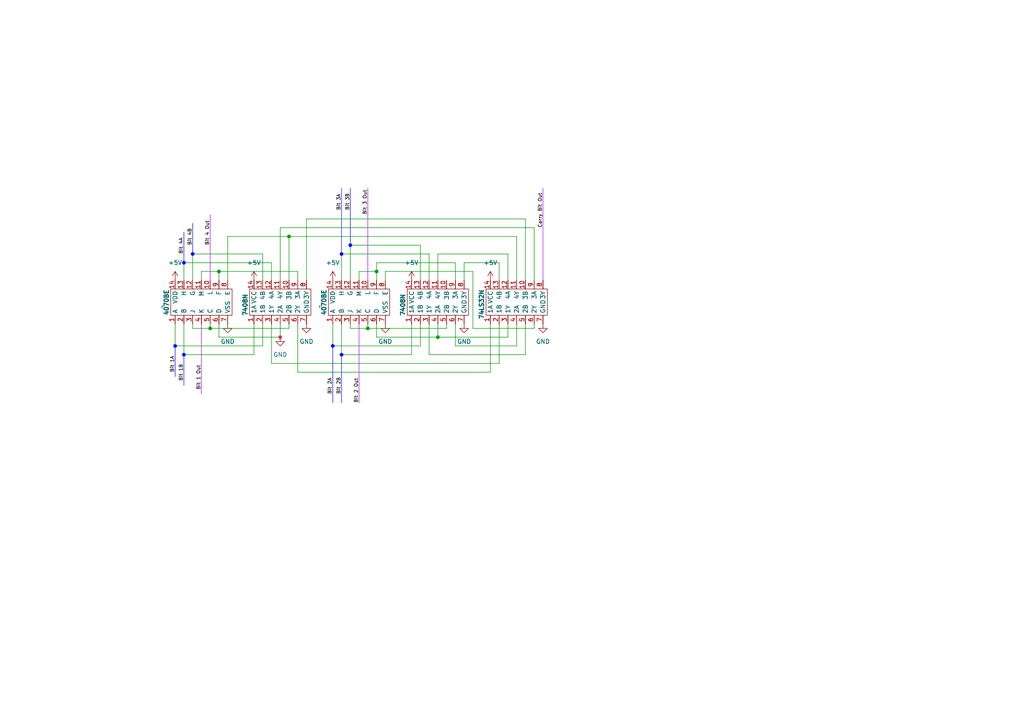
<source format=kicad_sch>
(kicad_sch (version 20230121) (generator eeschema)

  (uuid 607e3cd7-157e-4d4c-b925-8a606db19d11)

  (paper "A4")

  (lib_symbols
    (symbol "New_Library:4070BE" (in_bom yes) (on_board yes)
      (property "Reference" "4070BE" (at 0 3.81 90)
        (effects (font (size 1.27 1.27) bold) (justify right))
      )
      (property "Value" "~" (at -1.27 11.43 0)
        (effects (font (size 1.27 1.27)))
      )
      (property "Footprint" "" (at -1.27 11.43 0)
        (effects (font (size 1.27 1.27)) hide)
      )
      (property "Datasheet" "" (at -1.27 11.43 0)
        (effects (font (size 1.27 1.27)) hide)
      )
      (symbol "4070BE_0_1"
        (rectangle (start -3.81 8.89) (end 3.81 -8.89)
          (stroke (width 0) (type default))
          (fill (type none))
        )
      )
      (symbol "4070BE_1_1"
        (pin input line (at -6.35 7.62 0) (length 2.54)
          (name "A" (effects (font (size 1.27 1.27))))
          (number "1" (effects (font (size 1.27 1.27))))
        )
        (pin output line (at 6.35 -2.54 180) (length 2.54)
          (name "L" (effects (font (size 1.27 1.27))))
          (number "10" (effects (font (size 1.27 1.27))))
        )
        (pin output line (at 6.35 0 180) (length 2.54)
          (name "M" (effects (font (size 1.27 1.27))))
          (number "11" (effects (font (size 1.27 1.27))))
        )
        (pin input line (at 6.35 2.54 180) (length 2.54)
          (name "G" (effects (font (size 1.27 1.27))))
          (number "12" (effects (font (size 1.27 1.27))))
        )
        (pin input line (at 6.35 5.08 180) (length 2.54)
          (name "H" (effects (font (size 1.27 1.27))))
          (number "13" (effects (font (size 1.27 1.27))))
        )
        (pin input line (at 6.35 7.62 180) (length 2.54)
          (name "VDD" (effects (font (size 1.27 1.27))))
          (number "14" (effects (font (size 1.27 1.27))))
        )
        (pin input line (at -6.35 5.08 0) (length 2.54)
          (name "B" (effects (font (size 1.27 1.27))))
          (number "2" (effects (font (size 1.27 1.27))))
        )
        (pin output line (at -6.35 2.54 0) (length 2.54)
          (name "J" (effects (font (size 1.27 1.27))))
          (number "3" (effects (font (size 1.27 1.27))))
        )
        (pin output line (at -6.35 0 0) (length 2.54)
          (name "K" (effects (font (size 1.27 1.27))))
          (number "4" (effects (font (size 1.27 1.27))))
        )
        (pin input line (at -6.35 -2.54 0) (length 2.54)
          (name "C" (effects (font (size 1.27 1.27))))
          (number "5" (effects (font (size 1.27 1.27))))
        )
        (pin input line (at -6.35 -5.08 0) (length 2.54)
          (name "D" (effects (font (size 1.27 1.27))))
          (number "6" (effects (font (size 1.27 1.27))))
        )
        (pin input line (at -6.35 -7.62 0) (length 2.54)
          (name "VSS" (effects (font (size 1.27 1.27))))
          (number "7" (effects (font (size 1.27 1.27))))
        )
        (pin input line (at 6.35 -7.62 180) (length 2.54)
          (name "E" (effects (font (size 1.27 1.27))))
          (number "8" (effects (font (size 1.27 1.27))))
        )
        (pin input line (at 6.35 -5.08 180) (length 2.54)
          (name "F" (effects (font (size 1.27 1.27))))
          (number "9" (effects (font (size 1.27 1.27))))
        )
      )
    )
    (symbol "New_Library:SN7408N" (in_bom yes) (on_board yes)
      (property "Reference" "U" (at -2.54 10.16 0)
        (effects (font (size 1.27 1.27)))
      )
      (property "Value" "" (at -2.54 10.16 0)
        (effects (font (size 1.27 1.27)))
      )
      (property "Footprint" "" (at -2.54 10.16 0)
        (effects (font (size 1.27 1.27)) hide)
      )
      (property "Datasheet" "" (at -2.54 10.16 0)
        (effects (font (size 1.27 1.27)) hide)
      )
      (symbol "SN7408N_0_1"
        (rectangle (start -3.81 8.89) (end 3.81 -8.89)
          (stroke (width 0) (type default))
          (fill (type none))
        )
      )
      (symbol "SN7408N_1_1"
        (pin input line (at -6.35 7.62 0) (length 2.54)
          (name "1A" (effects (font (size 1.27 1.27))))
          (number "1" (effects (font (size 1.27 1.27))))
        )
        (pin input line (at 6.35 -2.54 180) (length 2.54)
          (name "3B" (effects (font (size 1.27 1.27))))
          (number "10" (effects (font (size 1.27 1.27))))
        )
        (pin output line (at 6.35 0 180) (length 2.54)
          (name "4Y" (effects (font (size 1.27 1.27))))
          (number "11" (effects (font (size 1.27 1.27))))
        )
        (pin input line (at 6.35 2.54 180) (length 2.54)
          (name "4A" (effects (font (size 1.27 1.27))))
          (number "12" (effects (font (size 1.27 1.27))))
        )
        (pin input line (at 6.35 5.08 180) (length 2.54)
          (name "4B" (effects (font (size 1.27 1.27))))
          (number "13" (effects (font (size 1.27 1.27))))
        )
        (pin input line (at 6.35 7.62 180) (length 2.54)
          (name "VCC" (effects (font (size 1.27 1.27))))
          (number "14" (effects (font (size 1.27 1.27))))
        )
        (pin input line (at -6.35 5.08 0) (length 2.54)
          (name "1B" (effects (font (size 1.27 1.27))))
          (number "2" (effects (font (size 1.27 1.27))))
        )
        (pin output line (at -6.35 2.54 0) (length 2.54)
          (name "1Y" (effects (font (size 1.27 1.27))))
          (number "3" (effects (font (size 1.27 1.27))))
        )
        (pin input line (at -6.35 0 0) (length 2.54)
          (name "2A" (effects (font (size 1.27 1.27))))
          (number "4" (effects (font (size 1.27 1.27))))
        )
        (pin input line (at -6.35 -2.54 0) (length 2.54)
          (name "2B" (effects (font (size 1.27 1.27))))
          (number "5" (effects (font (size 1.27 1.27))))
        )
        (pin output line (at -6.35 -5.08 0) (length 2.54)
          (name "2Y" (effects (font (size 1.27 1.27))))
          (number "6" (effects (font (size 1.27 1.27))))
        )
        (pin input line (at -6.35 -7.62 0) (length 2.54)
          (name "GND" (effects (font (size 1.27 1.27))))
          (number "7" (effects (font (size 1.27 1.27))))
        )
        (pin output line (at 6.35 -7.62 180) (length 2.54)
          (name "3Y" (effects (font (size 1.27 1.27))))
          (number "8" (effects (font (size 1.27 1.27))))
        )
        (pin input line (at 6.35 -5.08 180) (length 2.54)
          (name "3A" (effects (font (size 1.27 1.27))))
          (number "9" (effects (font (size 1.27 1.27))))
        )
      )
    )
    (symbol "power:+5V" (power) (pin_names (offset 0)) (in_bom yes) (on_board yes)
      (property "Reference" "#PWR" (at 0 -3.81 0)
        (effects (font (size 1.27 1.27)) hide)
      )
      (property "Value" "+5V" (at 0 3.556 0)
        (effects (font (size 1.27 1.27)))
      )
      (property "Footprint" "" (at 0 0 0)
        (effects (font (size 1.27 1.27)) hide)
      )
      (property "Datasheet" "" (at 0 0 0)
        (effects (font (size 1.27 1.27)) hide)
      )
      (property "ki_keywords" "global power" (at 0 0 0)
        (effects (font (size 1.27 1.27)) hide)
      )
      (property "ki_description" "Power symbol creates a global label with name \"+5V\"" (at 0 0 0)
        (effects (font (size 1.27 1.27)) hide)
      )
      (symbol "+5V_0_1"
        (polyline
          (pts
            (xy -0.762 1.27)
            (xy 0 2.54)
          )
          (stroke (width 0) (type default))
          (fill (type none))
        )
        (polyline
          (pts
            (xy 0 0)
            (xy 0 2.54)
          )
          (stroke (width 0) (type default))
          (fill (type none))
        )
        (polyline
          (pts
            (xy 0 2.54)
            (xy 0.762 1.27)
          )
          (stroke (width 0) (type default))
          (fill (type none))
        )
      )
      (symbol "+5V_1_1"
        (pin power_in line (at 0 0 90) (length 0) hide
          (name "+5V" (effects (font (size 1.27 1.27))))
          (number "1" (effects (font (size 1.27 1.27))))
        )
      )
    )
    (symbol "power:GND" (power) (pin_names (offset 0)) (in_bom yes) (on_board yes)
      (property "Reference" "#PWR" (at 0 -6.35 0)
        (effects (font (size 1.27 1.27)) hide)
      )
      (property "Value" "GND" (at 0 -3.81 0)
        (effects (font (size 1.27 1.27)))
      )
      (property "Footprint" "" (at 0 0 0)
        (effects (font (size 1.27 1.27)) hide)
      )
      (property "Datasheet" "" (at 0 0 0)
        (effects (font (size 1.27 1.27)) hide)
      )
      (property "ki_keywords" "global power" (at 0 0 0)
        (effects (font (size 1.27 1.27)) hide)
      )
      (property "ki_description" "Power symbol creates a global label with name \"GND\" , ground" (at 0 0 0)
        (effects (font (size 1.27 1.27)) hide)
      )
      (symbol "GND_0_1"
        (polyline
          (pts
            (xy 0 0)
            (xy 0 -1.27)
            (xy 1.27 -1.27)
            (xy 0 -2.54)
            (xy -1.27 -1.27)
            (xy 0 -1.27)
          )
          (stroke (width 0) (type default))
          (fill (type none))
        )
      )
      (symbol "GND_1_1"
        (pin power_in line (at 0 0 270) (length 0) hide
          (name "GND" (effects (font (size 1.27 1.27))))
          (number "1" (effects (font (size 1.27 1.27))))
        )
      )
    )
  )

  (junction (at 55.88 73.66) (diameter 0) (color 15 0 255 1)
    (uuid 15aafd6d-3b94-471b-926e-6e6fcb325498)
  )
  (junction (at 99.06 102.87) (diameter 0) (color 20 0 255 1)
    (uuid 15be76c5-ef42-42c0-9b38-c07d8be25aad)
  )
  (junction (at 109.22 78.74) (diameter 0) (color 0 0 0 0)
    (uuid 2822f7f2-0012-4d15-a647-d36208b23ccd)
  )
  (junction (at 50.8 100.33) (diameter 0) (color 7 14 255 1)
    (uuid 2b265a84-36fa-4383-a587-f7eb61b4deb8)
  )
  (junction (at 127 97.79) (diameter 0) (color 0 0 0 0)
    (uuid 2cf1ed98-feed-4d77-ac84-e9bbea786963)
  )
  (junction (at 83.82 68.58) (diameter 0) (color 0 0 0 0)
    (uuid 30870908-3b25-49dc-837d-ad568e580707)
  )
  (junction (at 81.28 97.79) (diameter 0) (color 183 59 50 1)
    (uuid 4a28c3da-10e3-4633-bd19-e6a421726c40)
  )
  (junction (at 63.5 78.74) (diameter 0) (color 0 0 0 0)
    (uuid 4c323da8-6636-4b09-b419-0ef55e5d5173)
  )
  (junction (at 53.34 102.87) (diameter 0) (color 0 14 255 1)
    (uuid 8acbcebe-341b-4f2e-a1fe-85b91151dbfa)
  )
  (junction (at 99.06 73.66) (diameter 0) (color 10 0 255 1)
    (uuid 92c215ad-1d98-4d1e-a842-3a2c7b412863)
  )
  (junction (at 53.34 76.2) (diameter 0) (color 10 0 255 1)
    (uuid 9f7d461b-8820-48a8-ad8b-2ea8dc9e1cbe)
  )
  (junction (at 101.6 71.12) (diameter 0) (color 0 11 255 1)
    (uuid d8cb17c6-55b4-4851-9bec-4ca28b4e4849)
  )
  (junction (at 60.96 95.25) (diameter 0) (color 0 0 0 0)
    (uuid daa89b39-d9c4-4c83-a430-afc736fab85c)
  )
  (junction (at 106.68 95.25) (diameter 0) (color 0 0 0 0)
    (uuid e203dc7b-7c2d-4157-85dc-8684a8522105)
  )
  (junction (at 96.52 100.33) (diameter 0) (color 3 2 255 1)
    (uuid ebd78c01-ae76-4deb-b20b-3ab71c5547cb)
  )

  (wire (pts (xy 119.38 102.87) (xy 99.06 102.87))
    (stroke (width 0) (type default))
    (uuid 0046ac97-85a8-4c70-9e1a-346da2085243)
  )
  (wire (pts (xy 154.94 93.98) (xy 154.94 95.25))
    (stroke (width 0) (type default))
    (uuid 046172cf-ecfc-41e9-8aae-4fa15fcacace)
  )
  (wire (pts (xy 134.62 81.28) (xy 134.62 76.2))
    (stroke (width 0) (type default))
    (uuid 04d7c454-97ce-4153-b669-2d603c7bf254)
  )
  (wire (pts (xy 149.86 100.33) (xy 149.86 93.98))
    (stroke (width 0) (type default))
    (uuid 051b3188-c389-4481-8022-9b8f80a336f4)
  )
  (wire (pts (xy 101.6 54.61) (xy 101.6 71.12))
    (stroke (width 0) (type default) (color 1 0 255 1))
    (uuid 05536be8-6a89-4a87-ae12-0ce625d129bb)
  )
  (wire (pts (xy 121.92 71.12) (xy 121.92 81.28))
    (stroke (width 0) (type default))
    (uuid 0fa87012-7cb1-45d0-bdf5-4ecb88757dc2)
  )
  (wire (pts (xy 53.34 102.87) (xy 53.34 111.76))
    (stroke (width 0) (type default) (color 11 0 255 1))
    (uuid 1095ffdd-5f1d-4e98-9d4a-29cdb6c20bd9)
  )
  (wire (pts (xy 58.42 78.74) (xy 58.42 81.28))
    (stroke (width 0) (type default))
    (uuid 109a1fd2-b99d-4e0d-abe6-72c26aba42bd)
  )
  (wire (pts (xy 127 81.28) (xy 127 73.66))
    (stroke (width 0) (type default))
    (uuid 1345f289-b4cd-40eb-91fb-0ca0f2e84a6a)
  )
  (wire (pts (xy 53.34 67.31) (xy 53.34 76.2))
    (stroke (width 0) (type default) (color 4 0 255 1))
    (uuid 13e8ea28-2ceb-450a-b4c9-4901599f11cf)
  )
  (wire (pts (xy 144.78 76.2) (xy 144.78 81.28))
    (stroke (width 0) (type default))
    (uuid 18b6aa42-ddce-482a-aaa5-de1b59fd4ed7)
  )
  (wire (pts (xy 96.52 100.33) (xy 96.52 116.84))
    (stroke (width 0) (type default) (color 0 19 255 1))
    (uuid 19195131-7c07-4d53-baf0-33461c0388b8)
  )
  (wire (pts (xy 109.22 78.74) (xy 109.22 76.2))
    (stroke (width 0) (type default))
    (uuid 1a01aa2c-9158-46bb-a25e-71286dabfcd8)
  )
  (wire (pts (xy 144.78 105.41) (xy 144.78 93.98))
    (stroke (width 0) (type default))
    (uuid 1a7739e3-5956-4fa9-b407-5d4b664c1922)
  )
  (wire (pts (xy 119.38 93.98) (xy 119.38 102.87))
    (stroke (width 0) (type default))
    (uuid 1a7cea31-f35c-4151-a972-2abed6c94b5b)
  )
  (wire (pts (xy 73.66 93.98) (xy 73.66 102.87))
    (stroke (width 0) (type default))
    (uuid 1ae7b349-e723-4fc9-ba2b-734d1de7d743)
  )
  (wire (pts (xy 147.32 93.98) (xy 147.32 97.79))
    (stroke (width 0) (type default))
    (uuid 22561f00-3847-4c38-b43d-708bef605921)
  )
  (wire (pts (xy 78.74 105.41) (xy 144.78 105.41))
    (stroke (width 0) (type default))
    (uuid 27d7756f-1552-43c2-91b6-f0d042cadefb)
  )
  (wire (pts (xy 86.36 107.95) (xy 142.24 107.95))
    (stroke (width 0) (type default))
    (uuid 27fc6385-50d2-4830-9ed6-617269505cb6)
  )
  (wire (pts (xy 73.66 102.87) (xy 53.34 102.87))
    (stroke (width 0) (type default))
    (uuid 288a0d81-50f3-4ca2-99a5-235d85cde87d)
  )
  (wire (pts (xy 137.16 95.25) (xy 137.16 78.74))
    (stroke (width 0) (type default))
    (uuid 29a9225c-7f24-4a0c-a1e9-16d3ec95722b)
  )
  (wire (pts (xy 63.5 78.74) (xy 58.42 78.74))
    (stroke (width 0) (type default))
    (uuid 2b3f7f75-d140-4b67-a37e-3a45ca8e2eba)
  )
  (wire (pts (xy 86.36 78.74) (xy 86.36 81.28))
    (stroke (width 0) (type default))
    (uuid 2d200d36-673a-4414-ab8d-61fb8eb83943)
  )
  (wire (pts (xy 50.8 93.98) (xy 50.8 100.33))
    (stroke (width 0) (type default))
    (uuid 33c76c4b-56df-4a65-984c-c7dac8f3b302)
  )
  (wire (pts (xy 109.22 97.79) (xy 127 97.79))
    (stroke (width 0) (type default))
    (uuid 37e6192b-3b70-4f2f-a500-e4aca0260391)
  )
  (wire (pts (xy 127 97.79) (xy 127 93.98))
    (stroke (width 0) (type default))
    (uuid 3867f9a2-fd06-416c-bc9f-afdcc80dc017)
  )
  (wire (pts (xy 152.4 102.87) (xy 152.4 93.98))
    (stroke (width 0) (type default))
    (uuid 3d95913f-bbe4-4f4d-b3db-acea5df4f400)
  )
  (wire (pts (xy 129.54 93.98) (xy 129.54 95.25))
    (stroke (width 0) (type default))
    (uuid 3dd3e6ac-9a34-4ddf-bb7d-b765f5e599b5)
  )
  (wire (pts (xy 104.14 93.98) (xy 104.14 116.84))
    (stroke (width 0) (type default) (color 185 0 255 1))
    (uuid 4208c488-4520-4e0e-a69c-70cc2a0a7f78)
  )
  (wire (pts (xy 124.46 102.87) (xy 152.4 102.87))
    (stroke (width 0) (type default))
    (uuid 43fd0a37-574e-469c-be44-985980275d3f)
  )
  (wire (pts (xy 55.88 81.28) (xy 55.88 73.66))
    (stroke (width 0) (type default))
    (uuid 44bd6085-c21e-4549-9fcd-e072b09ba120)
  )
  (wire (pts (xy 109.22 76.2) (xy 132.08 76.2))
    (stroke (width 0) (type default))
    (uuid 46ba9421-bf69-44a7-804f-fd57899d5e67)
  )
  (wire (pts (xy 154.94 95.25) (xy 137.16 95.25))
    (stroke (width 0) (type default))
    (uuid 475755c8-7240-4f49-93ec-02c2ca0ebeee)
  )
  (wire (pts (xy 99.06 81.28) (xy 99.06 73.66))
    (stroke (width 0) (type default))
    (uuid 489786d6-1061-4511-b003-c4841edb8443)
  )
  (wire (pts (xy 50.8 100.33) (xy 76.2 100.33))
    (stroke (width 0) (type default))
    (uuid 4951c123-56c5-43d1-9b42-df06d1a6d7e9)
  )
  (wire (pts (xy 121.92 100.33) (xy 121.92 93.98))
    (stroke (width 0) (type default))
    (uuid 4a31fdf9-bcd2-471b-a128-256735ff84c3)
  )
  (wire (pts (xy 60.96 93.98) (xy 60.96 95.25))
    (stroke (width 0) (type default))
    (uuid 4d1f0e79-4bdf-48d5-ab6a-63b516e777da)
  )
  (wire (pts (xy 147.32 97.79) (xy 127 97.79))
    (stroke (width 0) (type default))
    (uuid 4dbf0aca-888f-4675-8753-4a8346dfb5b4)
  )
  (wire (pts (xy 55.88 93.98) (xy 55.88 95.25))
    (stroke (width 0) (type default))
    (uuid 522b5d0e-798b-4fe2-93ec-1cfff3717c36)
  )
  (wire (pts (xy 142.24 107.95) (xy 142.24 93.98))
    (stroke (width 0) (type default))
    (uuid 53868e55-c1b3-4dcc-88ae-fdc2dbcc07e6)
  )
  (wire (pts (xy 88.9 63.5) (xy 88.9 81.28))
    (stroke (width 0) (type default))
    (uuid 5a3532cc-5274-411b-8c9f-35211437d20d)
  )
  (wire (pts (xy 58.42 93.98) (xy 58.42 114.3))
    (stroke (width 0) (type default) (color 174 0 255 1))
    (uuid 5fabe860-66cd-4c66-901a-216969904c3c)
  )
  (wire (pts (xy 78.74 76.2) (xy 78.74 81.28))
    (stroke (width 0) (type default))
    (uuid 5faf8f81-9ffb-4d1a-a2ec-c91994493a5c)
  )
  (wire (pts (xy 76.2 73.66) (xy 76.2 81.28))
    (stroke (width 0) (type default))
    (uuid 62e5a762-235c-4844-ae59-f249974b3b4c)
  )
  (wire (pts (xy 106.68 54.61) (xy 106.68 81.28))
    (stroke (width 0) (type default) (color 176 0 255 1))
    (uuid 65b1bc4e-e2e4-48ca-b740-60d9a540f101)
  )
  (wire (pts (xy 132.08 100.33) (xy 149.86 100.33))
    (stroke (width 0) (type default))
    (uuid 6c11d91a-e365-4986-ad6f-ffe5c79e547e)
  )
  (wire (pts (xy 132.08 93.98) (xy 132.08 100.33))
    (stroke (width 0) (type default))
    (uuid 71d0978f-96ff-4087-9a13-7911cc13e771)
  )
  (wire (pts (xy 109.22 81.28) (xy 109.22 78.74))
    (stroke (width 0) (type default))
    (uuid 7a53fddf-2930-4f55-8a93-581aa05b9ea9)
  )
  (wire (pts (xy 99.06 54.61) (xy 99.06 73.66))
    (stroke (width 0) (type default) (color 0 16 255 1))
    (uuid 7eaec3c1-0f84-43b8-83dd-e0d352369422)
  )
  (wire (pts (xy 55.88 95.25) (xy 60.96 95.25))
    (stroke (width 0) (type default))
    (uuid 83d0eb68-cbc2-4ef9-ac6a-e3c6c263bb80)
  )
  (wire (pts (xy 83.82 95.25) (xy 60.96 95.25))
    (stroke (width 0) (type default))
    (uuid 852a2346-a17c-4a1c-aa25-5770ced36fcc)
  )
  (wire (pts (xy 101.6 81.28) (xy 101.6 71.12))
    (stroke (width 0) (type default))
    (uuid 86aec06a-2ffd-494d-9223-232dc7832c9d)
  )
  (wire (pts (xy 124.46 93.98) (xy 124.46 102.87))
    (stroke (width 0) (type default))
    (uuid 891e5ea1-c80e-4ede-b136-02b5f4a6a429)
  )
  (wire (pts (xy 83.82 68.58) (xy 83.82 81.28))
    (stroke (width 0) (type default))
    (uuid 8a561d91-7f7d-452c-abae-bf0572a95266)
  )
  (wire (pts (xy 76.2 100.33) (xy 76.2 93.98))
    (stroke (width 0) (type default))
    (uuid 8df22cb8-a482-4768-843a-144bfa6f1be6)
  )
  (wire (pts (xy 55.88 64.77) (xy 55.88 73.66))
    (stroke (width 0) (type default) (color 11 0 255 1))
    (uuid 8ff89d9b-0509-46da-93b1-7b7c672108b2)
  )
  (wire (pts (xy 137.16 78.74) (xy 111.76 78.74))
    (stroke (width 0) (type default))
    (uuid 94f20310-80c1-4b12-9b12-3f25b674140c)
  )
  (wire (pts (xy 99.06 102.87) (xy 99.06 93.98))
    (stroke (width 0) (type default))
    (uuid 95278838-4508-4d3a-9fcc-9fe3c34222a8)
  )
  (wire (pts (xy 127 73.66) (xy 147.32 73.66))
    (stroke (width 0) (type default))
    (uuid 95b348e0-c198-49c7-9ae6-42958829dad7)
  )
  (wire (pts (xy 149.86 81.28) (xy 149.86 68.58))
    (stroke (width 0) (type default))
    (uuid 97c6c3fc-cf49-40b7-a8cc-baa3ca6f068f)
  )
  (wire (pts (xy 66.04 68.58) (xy 66.04 81.28))
    (stroke (width 0) (type default))
    (uuid 98572a12-dcb2-4327-873c-4f90531dd47f)
  )
  (wire (pts (xy 111.76 78.74) (xy 111.76 81.28))
    (stroke (width 0) (type default))
    (uuid 98ee4097-ce60-4f70-8152-f116d2ef5bcc)
  )
  (wire (pts (xy 154.94 66.04) (xy 154.94 81.28))
    (stroke (width 0) (type default))
    (uuid 9fa7f38c-3b21-44b3-8a52-f4541be001fb)
  )
  (wire (pts (xy 55.88 73.66) (xy 76.2 73.66))
    (stroke (width 0) (type default))
    (uuid a0a65502-1e91-4e34-972d-870dcb5d57a5)
  )
  (wire (pts (xy 101.6 71.12) (xy 121.92 71.12))
    (stroke (width 0) (type default))
    (uuid a3f5727f-4c14-4407-955e-83726b854a98)
  )
  (wire (pts (xy 96.52 100.33) (xy 121.92 100.33))
    (stroke (width 0) (type default))
    (uuid a5792842-42d2-45d8-a140-040852a75929)
  )
  (wire (pts (xy 78.74 93.98) (xy 78.74 105.41))
    (stroke (width 0) (type default))
    (uuid aa854fee-4dc2-486b-a92f-11108901bbb1)
  )
  (wire (pts (xy 152.4 63.5) (xy 88.9 63.5))
    (stroke (width 0) (type default))
    (uuid aafc5499-65d6-419e-b11e-478533ab8276)
  )
  (wire (pts (xy 53.34 102.87) (xy 53.34 93.98))
    (stroke (width 0) (type default))
    (uuid ab133de7-7f2b-4dd3-8ddc-529b47802968)
  )
  (wire (pts (xy 63.5 81.28) (xy 63.5 78.74))
    (stroke (width 0) (type default))
    (uuid abc835a3-d636-4ebd-bdae-c576d45fc668)
  )
  (wire (pts (xy 149.86 68.58) (xy 83.82 68.58))
    (stroke (width 0) (type default))
    (uuid ac549002-51e9-40f3-9569-8f20b694fe6a)
  )
  (wire (pts (xy 134.62 76.2) (xy 144.78 76.2))
    (stroke (width 0) (type default))
    (uuid ae40ee20-a287-4998-b482-0f795d9ecf65)
  )
  (wire (pts (xy 152.4 81.28) (xy 152.4 63.5))
    (stroke (width 0) (type default))
    (uuid b2654a8c-3401-4183-90f5-3bc94b87336e)
  )
  (wire (pts (xy 96.52 93.98) (xy 96.52 100.33))
    (stroke (width 0) (type default))
    (uuid b3f1af92-7d03-4763-a48f-6531f88a362e)
  )
  (wire (pts (xy 63.5 93.98) (xy 63.5 97.79))
    (stroke (width 0) (type default))
    (uuid b4025d88-d6c0-464f-aa7b-8bf96132a00a)
  )
  (wire (pts (xy 63.5 78.74) (xy 86.36 78.74))
    (stroke (width 0) (type default))
    (uuid b5e414ab-fe77-448d-99d9-4c8be0f53cab)
  )
  (wire (pts (xy 81.28 97.79) (xy 81.28 93.98))
    (stroke (width 0) (type default))
    (uuid b8405828-6a1f-40ec-a94e-1cab68433679)
  )
  (wire (pts (xy 132.08 76.2) (xy 132.08 81.28))
    (stroke (width 0) (type default))
    (uuid b9dc3f68-9149-4d3c-b4bb-9eda71d79cee)
  )
  (wire (pts (xy 124.46 73.66) (xy 124.46 81.28))
    (stroke (width 0) (type default))
    (uuid b9ff85d6-1e38-492f-aba8-b9ccb5299935)
  )
  (wire (pts (xy 106.68 95.25) (xy 106.68 93.98))
    (stroke (width 0) (type default))
    (uuid bac47030-75ef-429b-ad3e-2ebf4bda5314)
  )
  (wire (pts (xy 53.34 76.2) (xy 78.74 76.2))
    (stroke (width 0) (type default))
    (uuid bbd8e8f2-3178-429a-91f0-66305c093054)
  )
  (wire (pts (xy 83.82 93.98) (xy 83.82 95.25))
    (stroke (width 0) (type default))
    (uuid bedefce3-c3bc-45e3-95a6-512c2b3f2d0c)
  )
  (wire (pts (xy 81.28 66.04) (xy 154.94 66.04))
    (stroke (width 0) (type default))
    (uuid cd804f42-ed59-400c-9599-443ffa028457)
  )
  (wire (pts (xy 86.36 93.98) (xy 86.36 107.95))
    (stroke (width 0) (type default))
    (uuid ce44cbc6-ac5e-4ec4-8bfb-3747467bf956)
  )
  (wire (pts (xy 50.8 100.33) (xy 50.8 109.22))
    (stroke (width 0) (type default) (color 4 0 255 1))
    (uuid d0a516ef-6c44-45da-8039-327535770d44)
  )
  (wire (pts (xy 157.48 54.61) (xy 157.48 81.28))
    (stroke (width 0) (type default) (color 184 0 255 1))
    (uuid d2bc8ca1-6d1d-49f3-9a57-c37da6e6e92c)
  )
  (wire (pts (xy 101.6 93.98) (xy 101.6 95.25))
    (stroke (width 0) (type default))
    (uuid d4d541a4-beed-44e3-875e-f58c1ab349bf)
  )
  (wire (pts (xy 60.96 62.23) (xy 60.96 81.28))
    (stroke (width 0) (type default) (color 180 0 255 1))
    (uuid da606d60-3159-480c-b769-9829e6e3a371)
  )
  (wire (pts (xy 63.5 97.79) (xy 81.28 97.79))
    (stroke (width 0) (type default))
    (uuid e0e62fd6-d6c2-4e11-a5bf-705dcd47b7ca)
  )
  (wire (pts (xy 99.06 102.87) (xy 99.06 116.84))
    (stroke (width 0) (type default) (color 0 0 255 1))
    (uuid e15299f8-fc5c-4b9e-a7c4-6f61f2d19bc3)
  )
  (wire (pts (xy 109.22 93.98) (xy 109.22 97.79))
    (stroke (width 0) (type default))
    (uuid e47115d0-1dbb-4cbe-a120-28376e7c8bf9)
  )
  (wire (pts (xy 101.6 95.25) (xy 106.68 95.25))
    (stroke (width 0) (type default))
    (uuid e76b5162-b00a-41bd-a0e2-1873299de9c6)
  )
  (wire (pts (xy 83.82 68.58) (xy 66.04 68.58))
    (stroke (width 0) (type default))
    (uuid e9228512-4be1-4807-a8a3-4b14add7eaab)
  )
  (wire (pts (xy 53.34 81.28) (xy 53.34 76.2))
    (stroke (width 0) (type default))
    (uuid f191c246-f88a-4e7c-ad8f-0ef40825842e)
  )
  (wire (pts (xy 109.22 78.74) (xy 104.14 78.74))
    (stroke (width 0) (type default))
    (uuid f5ed1486-b3a1-4242-af06-e052eb65a92d)
  )
  (wire (pts (xy 129.54 95.25) (xy 106.68 95.25))
    (stroke (width 0) (type default))
    (uuid f6fcdb78-1c76-48b8-a90f-f1e18b08ee94)
  )
  (wire (pts (xy 147.32 73.66) (xy 147.32 81.28))
    (stroke (width 0) (type default))
    (uuid fa123add-1107-40f9-8df6-156e04b82255)
  )
  (wire (pts (xy 104.14 78.74) (xy 104.14 81.28))
    (stroke (width 0) (type default))
    (uuid fa767142-90b6-4a20-931c-e78b1f1c438c)
  )
  (wire (pts (xy 99.06 73.66) (xy 124.46 73.66))
    (stroke (width 0) (type default))
    (uuid fa9d514a-a999-443a-93e4-637e950df6e0)
  )
  (wire (pts (xy 81.28 81.28) (xy 81.28 66.04))
    (stroke (width 0) (type default))
    (uuid fc2b8d48-20b0-4de5-8497-cc4c0cc86fb1)
  )

  (label "Bit 3A " (at 99.06 60.96 90) (fields_autoplaced)
    (effects (font (size 1 1)) (justify left bottom))
    (uuid 0dee6f45-e4ab-483a-9cd7-e7eeb28d2abe)
  )
  (label "Bit 2B" (at 99.06 114.3 90) (fields_autoplaced)
    (effects (font (size 1 1)) (justify left bottom))
    (uuid 1d6771cd-00b4-4e64-9824-096786f3b7a4)
  )
  (label "Bit 4 Out" (at 60.96 71.12 90) (fields_autoplaced)
    (effects (font (size 1 1)) (justify left bottom))
    (uuid 3910e3e9-1b23-445f-9586-fe516496651e)
  )
  (label "Bit 1A" (at 50.8 107.95 90) (fields_autoplaced)
    (effects (font (size 1 1)) (justify left bottom))
    (uuid 4fbb4883-8b98-42c4-8e64-fdb950d0242f)
  )
  (label "Bit 2 Out" (at 104.14 116.84 90) (fields_autoplaced)
    (effects (font (size 1 1)) (justify left bottom))
    (uuid 7534fd46-35e3-4c1b-a1cd-4decf55cb3de)
  )
  (label "Bit 2A" (at 96.52 114.3 90) (fields_autoplaced)
    (effects (font (size 1 1)) (justify left bottom))
    (uuid 766b0d50-cab2-4cf5-94df-7fa77059a5a3)
  )
  (label "Bit 4A" (at 53.34 73.66 90) (fields_autoplaced)
    (effects (font (size 1 1)) (justify left bottom))
    (uuid 826ea833-7c5f-427f-8687-e2ee1d58bfc9)
  )
  (label "Bit 1B" (at 53.34 110.49 90) (fields_autoplaced)
    (effects (font (size 1 1)) (justify left bottom))
    (uuid 861a28d9-1f0e-4603-963a-80a4ee6bd02e)
  )
  (label "Bit 3 Out" (at 106.68 62.23 90) (fields_autoplaced)
    (effects (font (size 1 1)) (justify left bottom))
    (uuid ad3badce-e96a-4a26-92c9-26f7c88d31cd)
  )
  (label "Carry Bit Out" (at 157.48 66.04 90) (fields_autoplaced)
    (effects (font (size 1 1)) (justify left bottom))
    (uuid b59a37d9-6dbc-4de8-b2cc-803d03f04681)
  )
  (label "Bit 1 Out" (at 58.42 113.03 90) (fields_autoplaced)
    (effects (font (size 1 1)) (justify left bottom))
    (uuid bde05dad-8e09-4166-ba10-9b6536b2ee29)
  )
  (label "Bit 4B" (at 55.88 71.12 90) (fields_autoplaced)
    (effects (font (size 1 1)) (justify left bottom))
    (uuid e6e89f6d-c229-4fad-adb1-e7a5df7b1298)
  )
  (label "Bit 3B" (at 101.6 60.96 90) (fields_autoplaced)
    (effects (font (size 1 1)) (justify left bottom))
    (uuid f01b3c6d-4bf6-47d3-9053-e32ea8efca74)
  )

  (symbol (lib_id "power:+5V") (at 119.38 81.28 0) (unit 1)
    (in_bom yes) (on_board yes) (dnp no) (fields_autoplaced)
    (uuid 0a89191a-f95c-4f01-a45f-4efb6499f96f)
    (property "Reference" "#PWR09" (at 119.38 85.09 0)
      (effects (font (size 1.27 1.27)) hide)
    )
    (property "Value" "+5V" (at 119.38 76.2 0)
      (effects (font (size 1.27 1.27)))
    )
    (property "Footprint" "" (at 119.38 81.28 0)
      (effects (font (size 1.27 1.27)) hide)
    )
    (property "Datasheet" "" (at 119.38 81.28 0)
      (effects (font (size 1.27 1.27)) hide)
    )
    (pin "1" (uuid 2fce19ea-85c8-4c2e-8450-d2eb765e780a))
    (instances
      (project "4-bit adder connections"
        (path "/607e3cd7-157e-4d4c-b925-8a606db19d11"
          (reference "#PWR09") (unit 1)
        )
      )
    )
  )

  (symbol (lib_id "power:+5V") (at 142.24 81.28 0) (unit 1)
    (in_bom yes) (on_board yes) (dnp no) (fields_autoplaced)
    (uuid 2f41fce2-d9d1-4d06-a41b-449cf1f9670f)
    (property "Reference" "#PWR010" (at 142.24 85.09 0)
      (effects (font (size 1.27 1.27)) hide)
    )
    (property "Value" "+5V" (at 142.24 76.2 0)
      (effects (font (size 1.27 1.27)))
    )
    (property "Footprint" "" (at 142.24 81.28 0)
      (effects (font (size 1.27 1.27)) hide)
    )
    (property "Datasheet" "" (at 142.24 81.28 0)
      (effects (font (size 1.27 1.27)) hide)
    )
    (pin "1" (uuid 91c661c1-638d-4c9e-973a-7050d856c15d))
    (instances
      (project "4-bit adder connections"
        (path "/607e3cd7-157e-4d4c-b925-8a606db19d11"
          (reference "#PWR010") (unit 1)
        )
      )
    )
  )

  (symbol (lib_id "New_Library:4070BE") (at 58.42 87.63 90) (unit 1)
    (in_bom yes) (on_board yes) (dnp no)
    (uuid 37a4a4d7-1e6b-42ea-b23a-2d4f957624f3)
    (property "Reference" "4070BE" (at 48.26 83.82 0)
      (effects (font (size 1.27 1.27) bold) (justify right))
    )
    (property "Value" "~" (at 46.99 88.9 0)
      (effects (font (size 1.27 1.27)))
    )
    (property "Footprint" "" (at 46.99 88.9 0)
      (effects (font (size 1.27 1.27)) hide)
    )
    (property "Datasheet" "" (at 46.99 88.9 0)
      (effects (font (size 1.27 1.27)) hide)
    )
    (pin "1" (uuid 6b22de7d-1a08-4c72-b1e2-bd002661b69f))
    (pin "10" (uuid 0ad0044b-d495-48ee-8a38-3031b117419a))
    (pin "4" (uuid e9ad7eb8-8140-46a8-93cb-0ae8e74297d5))
    (pin "12" (uuid 4b8bd18f-1ba7-41d8-952b-45777c0b107b))
    (pin "7" (uuid 394d242f-1816-480a-b9f8-987e1e179089))
    (pin "3" (uuid 519ecd63-5cd4-4688-95bb-b391c664a514))
    (pin "13" (uuid eb42deab-7228-4e65-9b73-716c55c56873))
    (pin "6" (uuid 98fdd34f-0fea-4efc-bedc-00aa059bac95))
    (pin "11" (uuid 22d7d6cb-d4d1-4857-a8e5-b72f54bd54ae))
    (pin "14" (uuid 89a8631b-339c-4de2-a5a6-0d04fa0d782b))
    (pin "5" (uuid 0f002c11-a677-4399-a374-3e314549e463))
    (pin "8" (uuid 4674ac7f-5959-4b59-ae58-a95e71ac167c))
    (pin "2" (uuid 587fd49f-7bfd-4a99-88ec-c3049db38082))
    (pin "9" (uuid f5809db4-ec80-4dab-8902-89df84a2f68d))
    (instances
      (project "4-bit adder connections"
        (path "/607e3cd7-157e-4d4c-b925-8a606db19d11"
          (reference "4070BE") (unit 1)
        )
      )
    )
  )

  (symbol (lib_id "power:GND") (at 81.28 97.79 0) (unit 1)
    (in_bom yes) (on_board yes) (dnp no) (fields_autoplaced)
    (uuid 4069b674-30cf-491a-8b4a-bf9ea0cde702)
    (property "Reference" "#PWR011" (at 81.28 104.14 0)
      (effects (font (size 1.27 1.27)) hide)
    )
    (property "Value" "GND" (at 81.28 102.87 0)
      (effects (font (size 1.27 1.27)))
    )
    (property "Footprint" "" (at 81.28 97.79 0)
      (effects (font (size 1.27 1.27)) hide)
    )
    (property "Datasheet" "" (at 81.28 97.79 0)
      (effects (font (size 1.27 1.27)) hide)
    )
    (pin "1" (uuid 56d382b7-5cb4-4e1e-b5dc-67886f2b12de))
    (instances
      (project "4-bit adder connections"
        (path "/607e3cd7-157e-4d4c-b925-8a606db19d11"
          (reference "#PWR011") (unit 1)
        )
      )
    )
  )

  (symbol (lib_id "power:+5V") (at 96.52 81.28 0) (unit 1)
    (in_bom yes) (on_board yes) (dnp no) (fields_autoplaced)
    (uuid 5f6a2e32-2269-419f-b89a-468c69d65710)
    (property "Reference" "#PWR08" (at 96.52 85.09 0)
      (effects (font (size 1.27 1.27)) hide)
    )
    (property "Value" "+5V" (at 96.52 76.2 0)
      (effects (font (size 1.27 1.27)))
    )
    (property "Footprint" "" (at 96.52 81.28 0)
      (effects (font (size 1.27 1.27)) hide)
    )
    (property "Datasheet" "" (at 96.52 81.28 0)
      (effects (font (size 1.27 1.27)) hide)
    )
    (pin "1" (uuid a820188d-2f05-45a1-8774-ee2c79b50eeb))
    (instances
      (project "4-bit adder connections"
        (path "/607e3cd7-157e-4d4c-b925-8a606db19d11"
          (reference "#PWR08") (unit 1)
        )
      )
    )
  )

  (symbol (lib_id "power:+5V") (at 50.8 81.28 0) (unit 1)
    (in_bom yes) (on_board yes) (dnp no) (fields_autoplaced)
    (uuid 63bf7445-29da-453e-9321-77dd5942e84d)
    (property "Reference" "#PWR01" (at 50.8 85.09 0)
      (effects (font (size 1.27 1.27)) hide)
    )
    (property "Value" "+5V" (at 50.8 76.2 0)
      (effects (font (size 1.27 1.27)))
    )
    (property "Footprint" "" (at 50.8 81.28 0)
      (effects (font (size 1.27 1.27)) hide)
    )
    (property "Datasheet" "" (at 50.8 81.28 0)
      (effects (font (size 1.27 1.27)) hide)
    )
    (pin "1" (uuid 9805222c-271d-4ed9-ae00-156cb6290b6c))
    (instances
      (project "4-bit adder connections"
        (path "/607e3cd7-157e-4d4c-b925-8a606db19d11"
          (reference "#PWR01") (unit 1)
        )
      )
    )
  )

  (symbol (lib_id "power:GND") (at 111.76 93.98 0) (unit 1)
    (in_bom yes) (on_board yes) (dnp no) (fields_autoplaced)
    (uuid 8179aab6-8cd1-4aff-a80b-627a01e66936)
    (property "Reference" "#PWR04" (at 111.76 100.33 0)
      (effects (font (size 1.27 1.27)) hide)
    )
    (property "Value" "GND" (at 111.76 99.06 0)
      (effects (font (size 1.27 1.27)))
    )
    (property "Footprint" "" (at 111.76 93.98 0)
      (effects (font (size 1.27 1.27)) hide)
    )
    (property "Datasheet" "" (at 111.76 93.98 0)
      (effects (font (size 1.27 1.27)) hide)
    )
    (pin "1" (uuid 4a61ac75-2006-40e0-a63f-9e5aa3f8d72e))
    (instances
      (project "4-bit adder connections"
        (path "/607e3cd7-157e-4d4c-b925-8a606db19d11"
          (reference "#PWR04") (unit 1)
        )
      )
    )
  )

  (symbol (lib_id "power:GND") (at 66.04 93.98 0) (unit 1)
    (in_bom yes) (on_board yes) (dnp no) (fields_autoplaced)
    (uuid 85c3853a-ed87-407e-819d-f0a02c449416)
    (property "Reference" "#PWR07" (at 66.04 100.33 0)
      (effects (font (size 1.27 1.27)) hide)
    )
    (property "Value" "GND" (at 66.04 99.06 0)
      (effects (font (size 1.27 1.27)))
    )
    (property "Footprint" "" (at 66.04 93.98 0)
      (effects (font (size 1.27 1.27)) hide)
    )
    (property "Datasheet" "" (at 66.04 93.98 0)
      (effects (font (size 1.27 1.27)) hide)
    )
    (pin "1" (uuid fcff8196-96d2-456d-8d26-b257209ff555))
    (instances
      (project "4-bit adder connections"
        (path "/607e3cd7-157e-4d4c-b925-8a606db19d11"
          (reference "#PWR07") (unit 1)
        )
      )
    )
  )

  (symbol (lib_id "power:GND") (at 88.9 93.98 0) (unit 1)
    (in_bom yes) (on_board yes) (dnp no) (fields_autoplaced)
    (uuid 952ee773-d382-40d8-9924-2d1c3ad1eaa7)
    (property "Reference" "#PWR03" (at 88.9 100.33 0)
      (effects (font (size 1.27 1.27)) hide)
    )
    (property "Value" "GND" (at 88.9 99.06 0)
      (effects (font (size 1.27 1.27)))
    )
    (property "Footprint" "" (at 88.9 93.98 0)
      (effects (font (size 1.27 1.27)) hide)
    )
    (property "Datasheet" "" (at 88.9 93.98 0)
      (effects (font (size 1.27 1.27)) hide)
    )
    (pin "1" (uuid 4cbf06c4-6ac6-41ea-9827-5cd41daaacba))
    (instances
      (project "4-bit adder connections"
        (path "/607e3cd7-157e-4d4c-b925-8a606db19d11"
          (reference "#PWR03") (unit 1)
        )
      )
    )
  )

  (symbol (lib_id "power:GND") (at 157.48 93.98 0) (unit 1)
    (in_bom yes) (on_board yes) (dnp no) (fields_autoplaced)
    (uuid 965983a1-ded0-46fe-b042-6b9ea156c388)
    (property "Reference" "#PWR06" (at 157.48 100.33 0)
      (effects (font (size 1.27 1.27)) hide)
    )
    (property "Value" "GND" (at 157.48 99.06 0)
      (effects (font (size 1.27 1.27)))
    )
    (property "Footprint" "" (at 157.48 93.98 0)
      (effects (font (size 1.27 1.27)) hide)
    )
    (property "Datasheet" "" (at 157.48 93.98 0)
      (effects (font (size 1.27 1.27)) hide)
    )
    (pin "1" (uuid 3e85702e-8971-48eb-88f7-55f431d5b72e))
    (instances
      (project "4-bit adder connections"
        (path "/607e3cd7-157e-4d4c-b925-8a606db19d11"
          (reference "#PWR06") (unit 1)
        )
      )
    )
  )

  (symbol (lib_id "New_Library:SN7408N") (at 149.86 87.63 90) (unit 1)
    (in_bom yes) (on_board yes) (dnp no)
    (uuid 9788e253-9f6b-4e5d-9a19-76f5060eda83)
    (property "Reference" "74LS32N" (at 139.7 83.82 0)
      (effects (font (size 1.27 1.27) bold) (justify right))
    )
    (property "Value" "~" (at 139.7 90.17 0)
      (effects (font (size 1.27 1.27)))
    )
    (property "Footprint" "" (at 139.7 90.17 0)
      (effects (font (size 1.27 1.27)) hide)
    )
    (property "Datasheet" "" (at 139.7 90.17 0)
      (effects (font (size 1.27 1.27)) hide)
    )
    (pin "1" (uuid e1f97c14-92f8-4def-869c-a58ff6ada110))
    (pin "14" (uuid 0d4dcbfc-ca7c-47ad-8925-4a08badcb510))
    (pin "4" (uuid 39d399cb-b87e-4d72-a267-37d7d52d2c37))
    (pin "9" (uuid 18353933-e3ad-4f64-955d-17e4870a5ce2))
    (pin "2" (uuid 8c8d11d3-a030-42df-88ef-7e99a26c02b3))
    (pin "6" (uuid 46e3a460-e3e7-4e08-8de8-af655c5a17d3))
    (pin "10" (uuid 25f0bb56-606b-4822-aea6-0964b3be05f4))
    (pin "8" (uuid 0fc75944-e790-456b-b95f-d574baa453ba))
    (pin "7" (uuid 583df609-1b93-4117-9f72-10bbf45b8d69))
    (pin "12" (uuid b0354546-0baa-4298-afa8-b5e76f59957e))
    (pin "3" (uuid 854eff56-edf2-4696-90c9-d1c8d4a2e01b))
    (pin "11" (uuid a1cbc42e-21e8-43ff-b2b4-0d634ffad7b6))
    (pin "13" (uuid 7700a6af-f264-484e-9b1d-8cef1ed0af2d))
    (pin "5" (uuid b14ad9c5-25a2-4c3c-b67f-dc29509b594b))
    (instances
      (project "4-bit adder connections"
        (path "/607e3cd7-157e-4d4c-b925-8a606db19d11"
          (reference "74LS32N") (unit 1)
        )
      )
    )
  )

  (symbol (lib_id "New_Library:SN7408N") (at 81.28 87.63 90) (unit 1)
    (in_bom yes) (on_board yes) (dnp no)
    (uuid b0bd3d1c-e9e2-477d-9018-7b4d4ddbce77)
    (property "Reference" "7408N" (at 71.12 85.09 0)
      (effects (font (size 1.27 1.27) bold) (justify right))
    )
    (property "Value" "~" (at 71.12 90.17 0)
      (effects (font (size 1.27 1.27)))
    )
    (property "Footprint" "" (at 71.12 90.17 0)
      (effects (font (size 1.27 1.27)) hide)
    )
    (property "Datasheet" "" (at 71.12 90.17 0)
      (effects (font (size 1.27 1.27)) hide)
    )
    (pin "1" (uuid ba408a8f-8a9e-4df8-81a5-4f391704f15e))
    (pin "14" (uuid 5ba2a31c-457b-41d8-b72b-b600dad88a7d))
    (pin "4" (uuid 51f861ed-46cc-4e7c-a3bb-76b3bf82f830))
    (pin "9" (uuid e45ef9ad-489a-437a-935d-531f4b7c737c))
    (pin "2" (uuid 350dba5c-61cf-4d7e-be56-b630c65743b8))
    (pin "6" (uuid 407d499e-13d9-427f-b9ed-7f7af032b464))
    (pin "10" (uuid de122130-fff4-4727-864f-d9f7afb2c14c))
    (pin "8" (uuid f847fc88-4c07-42c1-94a8-a05724f07800))
    (pin "7" (uuid 3812569f-a21d-46c5-8ee1-22d2ec35ce29))
    (pin "12" (uuid df390939-cf2e-4dd5-b0d2-84280af91a03))
    (pin "3" (uuid eea0d22f-a5f6-4f8d-8786-83831d54aa09))
    (pin "11" (uuid 4a295deb-011a-4bb2-921e-dd0065c3941f))
    (pin "13" (uuid a93d7389-495d-42ed-bfa2-f162912f8469))
    (pin "5" (uuid 4969860a-392a-42cf-a1c7-7c53325256a0))
    (instances
      (project "4-bit adder connections"
        (path "/607e3cd7-157e-4d4c-b925-8a606db19d11"
          (reference "7408N") (unit 1)
        )
      )
    )
  )

  (symbol (lib_id "power:+5V") (at 73.66 81.28 0) (unit 1)
    (in_bom yes) (on_board yes) (dnp no) (fields_autoplaced)
    (uuid b66589e4-f201-4f9d-a7f6-7be43f955a00)
    (property "Reference" "#PWR02" (at 73.66 85.09 0)
      (effects (font (size 1.27 1.27)) hide)
    )
    (property "Value" "+5V" (at 73.66 76.2 0)
      (effects (font (size 1.27 1.27)))
    )
    (property "Footprint" "" (at 73.66 81.28 0)
      (effects (font (size 1.27 1.27)) hide)
    )
    (property "Datasheet" "" (at 73.66 81.28 0)
      (effects (font (size 1.27 1.27)) hide)
    )
    (pin "1" (uuid d4f7fd67-54ae-493b-bd59-7ed4bbf040a0))
    (instances
      (project "4-bit adder connections"
        (path "/607e3cd7-157e-4d4c-b925-8a606db19d11"
          (reference "#PWR02") (unit 1)
        )
      )
    )
  )

  (symbol (lib_id "power:GND") (at 134.62 93.98 0) (unit 1)
    (in_bom yes) (on_board yes) (dnp no) (fields_autoplaced)
    (uuid bed58598-2eeb-4514-be4c-22143fd9f07a)
    (property "Reference" "#PWR05" (at 134.62 100.33 0)
      (effects (font (size 1.27 1.27)) hide)
    )
    (property "Value" "GND" (at 134.62 99.06 0)
      (effects (font (size 1.27 1.27)))
    )
    (property "Footprint" "" (at 134.62 93.98 0)
      (effects (font (size 1.27 1.27)) hide)
    )
    (property "Datasheet" "" (at 134.62 93.98 0)
      (effects (font (size 1.27 1.27)) hide)
    )
    (pin "1" (uuid 901e44a4-6e39-4437-a5b2-a76ddcd850c5))
    (instances
      (project "4-bit adder connections"
        (path "/607e3cd7-157e-4d4c-b925-8a606db19d11"
          (reference "#PWR05") (unit 1)
        )
      )
    )
  )

  (symbol (lib_id "New_Library:4070BE") (at 104.14 87.63 90) (unit 1)
    (in_bom yes) (on_board yes) (dnp no)
    (uuid e4dc6545-88b1-4c21-86d4-f9d7f1bd597f)
    (property "Reference" "4070BE" (at 93.98 83.82 0)
      (effects (font (size 1.27 1.27) bold) (justify right))
    )
    (property "Value" "~" (at 92.71 88.9 0)
      (effects (font (size 1.27 1.27)))
    )
    (property "Footprint" "" (at 92.71 88.9 0)
      (effects (font (size 1.27 1.27)) hide)
    )
    (property "Datasheet" "" (at 92.71 88.9 0)
      (effects (font (size 1.27 1.27)) hide)
    )
    (pin "1" (uuid cb450794-d956-49fd-90d6-3385b8476d82))
    (pin "10" (uuid 5e976fdc-e04c-476e-9fd6-619a8ab03520))
    (pin "4" (uuid cc35640f-27ff-41b5-8b0f-d038c9c28682))
    (pin "12" (uuid 1ec5bab5-0963-4801-8a32-3a30158b8f3f))
    (pin "7" (uuid fb1818bd-3a4e-465e-90eb-b75421ce674f))
    (pin "3" (uuid c1faf22e-5348-44bf-82de-d96f58fe8cbb))
    (pin "13" (uuid 91c07eb5-cf21-4af9-97d7-fb1b27aac274))
    (pin "6" (uuid e0f70f66-fb35-4d54-93c9-beae8d5bda5a))
    (pin "11" (uuid 434b01d9-418f-41d4-9dce-afa32913fb3f))
    (pin "14" (uuid 9a0e2dd3-1c6d-4937-8d42-ab02f8da09dd))
    (pin "5" (uuid 3f889edf-2ecb-4020-a54d-a77a37073d43))
    (pin "8" (uuid 06f1f6c5-a9a6-473a-8a64-b9367e9fb7a3))
    (pin "2" (uuid 7f211921-dbd2-4f79-94cf-65585ee84e3d))
    (pin "9" (uuid d4767300-8b27-4183-b18e-55619ffe2203))
    (instances
      (project "4-bit adder connections"
        (path "/607e3cd7-157e-4d4c-b925-8a606db19d11"
          (reference "4070BE") (unit 1)
        )
      )
    )
  )

  (symbol (lib_id "New_Library:SN7408N") (at 127 87.63 90) (unit 1)
    (in_bom yes) (on_board yes) (dnp no)
    (uuid e5fd76aa-285a-46a2-a686-40a22d83654d)
    (property "Reference" "7408N" (at 116.84 85.09 0)
      (effects (font (size 1.27 1.27) bold) (justify right))
    )
    (property "Value" "~" (at 116.84 90.17 0)
      (effects (font (size 1.27 1.27)))
    )
    (property "Footprint" "" (at 116.84 90.17 0)
      (effects (font (size 1.27 1.27)) hide)
    )
    (property "Datasheet" "" (at 116.84 90.17 0)
      (effects (font (size 1.27 1.27)) hide)
    )
    (pin "1" (uuid cfb7d53c-549d-4eb8-9f14-fb63badbf0d5))
    (pin "14" (uuid 88d29691-b3bd-42a1-9499-176f509cf61c))
    (pin "4" (uuid 5c9cce40-ea4d-4502-86b0-aebe5be6d359))
    (pin "9" (uuid f0d4dddb-63cc-4a1b-9863-8d00c16d292b))
    (pin "2" (uuid c86ceb49-e91a-47c9-afcb-69dd0cb0565d))
    (pin "6" (uuid 540ba821-bfed-4505-abef-9587df242282))
    (pin "10" (uuid 27b514b1-629c-49f0-933d-bead196c934d))
    (pin "8" (uuid 809c566b-44c6-4ce2-8a59-1bad69846c19))
    (pin "7" (uuid 97e4f995-392c-4c08-a655-400a1e06982b))
    (pin "12" (uuid af61f448-075a-434b-bbb0-a0b6474e2654))
    (pin "3" (uuid 85db3796-3642-44ca-bae9-2c255d30e10c))
    (pin "11" (uuid 2b47b773-7e88-4457-84b6-86b1081fd38d))
    (pin "13" (uuid 495caae9-a451-48e5-8715-41cefe7969f0))
    (pin "5" (uuid d073f308-c818-46e9-b261-8d81da309447))
    (instances
      (project "4-bit adder connections"
        (path "/607e3cd7-157e-4d4c-b925-8a606db19d11"
          (reference "7408N") (unit 1)
        )
      )
    )
  )

  (sheet_instances
    (path "/" (page "1"))
  )
)

</source>
